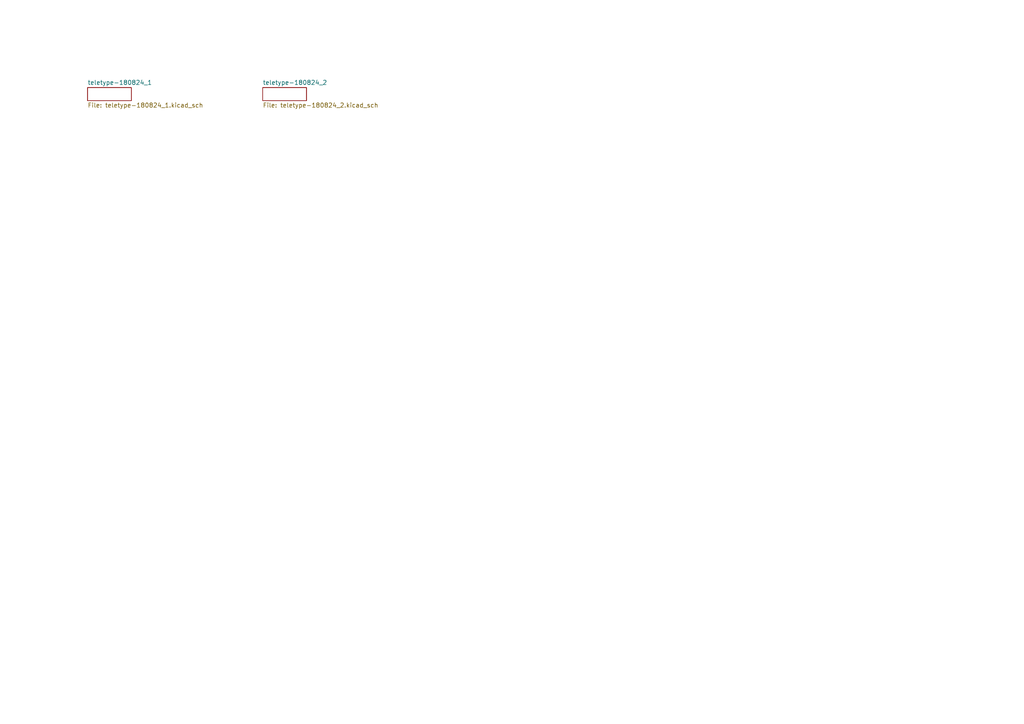
<source format=kicad_sch>
(kicad_sch
	(version 20231120)
	(generator "eeschema")
	(generator_version "8.0")
	(uuid "cf3c22dc-49b9-48fe-9e81-085ac20f6b0e")
	(paper "A4")
	(lib_symbols)
	(sheet
		(at 25.4 25.4)
		(size 12.7 3.81)
		(fields_autoplaced yes)
		(stroke
			(width 0)
			(type solid)
		)
		(fill
			(color 0 0 0 0.0000)
		)
		(uuid "426057a3-e59d-4a6f-9279-001d0aa59014")
		(property "Sheetname" "teletype-180824_1"
			(at 25.4 24.6884 0)
			(effects
				(font
					(size 1.27 1.27)
				)
				(justify left bottom)
			)
		)
		(property "Sheetfile" "teletype-180824_1.kicad_sch"
			(at 25.4 29.7946 0)
			(effects
				(font
					(size 1.27 1.27)
				)
				(justify left top)
			)
		)
		(instances
			(project "Teletype"
				(path "/cf3c22dc-49b9-48fe-9e81-085ac20f6b0e"
					(page "1")
				)
			)
		)
	)
	(sheet
		(at 76.2 25.4)
		(size 12.7 3.81)
		(fields_autoplaced yes)
		(stroke
			(width 0)
			(type solid)
		)
		(fill
			(color 0 0 0 0.0000)
		)
		(uuid "5593e350-6bb8-49d6-9e39-59458e240c78")
		(property "Sheetname" "teletype-180824_2"
			(at 76.2 24.6884 0)
			(effects
				(font
					(size 1.27 1.27)
				)
				(justify left bottom)
			)
		)
		(property "Sheetfile" "teletype-180824_2.kicad_sch"
			(at 76.2 29.7946 0)
			(effects
				(font
					(size 1.27 1.27)
				)
				(justify left top)
			)
		)
		(instances
			(project "Teletype"
				(path "/cf3c22dc-49b9-48fe-9e81-085ac20f6b0e"
					(page "2")
				)
			)
		)
	)
	(sheet_instances
		(path "/"
			(page "1")
		)
	)
)

</source>
